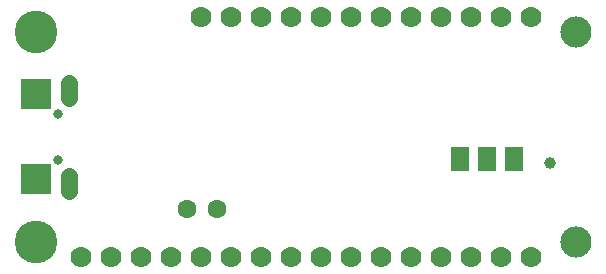
<source format=gbr>
G04 EAGLE Gerber RS-274X export*
G75*
%MOMM*%
%FSLAX34Y34*%
%LPD*%
%INSoldermask Bottom*%
%IPPOS*%
%AMOC8*
5,1,8,0,0,1.08239X$1,22.5*%
G01*
%ADD10C,2.641600*%
%ADD11C,3.617600*%
%ADD12C,0.801600*%
%ADD13R,2.601600X2.601600*%
%ADD14C,1.409600*%
%ADD15C,1.778000*%
%ADD16C,1.601600*%
%ADD17C,1.001600*%
%ADD18R,1.601600X2.101600*%


D10*
X482600Y203200D03*
X482600Y25400D03*
D11*
X25400Y203200D03*
X25400Y25400D03*
D12*
X44450Y133800D03*
X44450Y94800D03*
D13*
X25450Y78300D03*
X25450Y150300D03*
D14*
X53450Y147300D02*
X53450Y160380D01*
X53450Y81300D02*
X53450Y68220D01*
D15*
X444500Y12700D03*
X419100Y12700D03*
X393700Y12700D03*
X368300Y12700D03*
X342900Y12700D03*
X317500Y12700D03*
X292100Y12700D03*
X266700Y12700D03*
X241300Y12700D03*
X215900Y12700D03*
X190500Y12700D03*
X165100Y12700D03*
X139700Y12700D03*
X114300Y12700D03*
X88900Y12700D03*
X63500Y12700D03*
X165100Y215900D03*
X190500Y215900D03*
X215900Y215900D03*
X241300Y215900D03*
X266700Y215900D03*
X292100Y215900D03*
X317500Y215900D03*
X342900Y215900D03*
X368300Y215900D03*
X393700Y215900D03*
X419100Y215900D03*
X444500Y215900D03*
D16*
X153670Y53340D03*
X179070Y53340D03*
D17*
X461060Y92300D03*
D18*
X430530Y95250D03*
X407670Y95250D03*
X384810Y95250D03*
M02*

</source>
